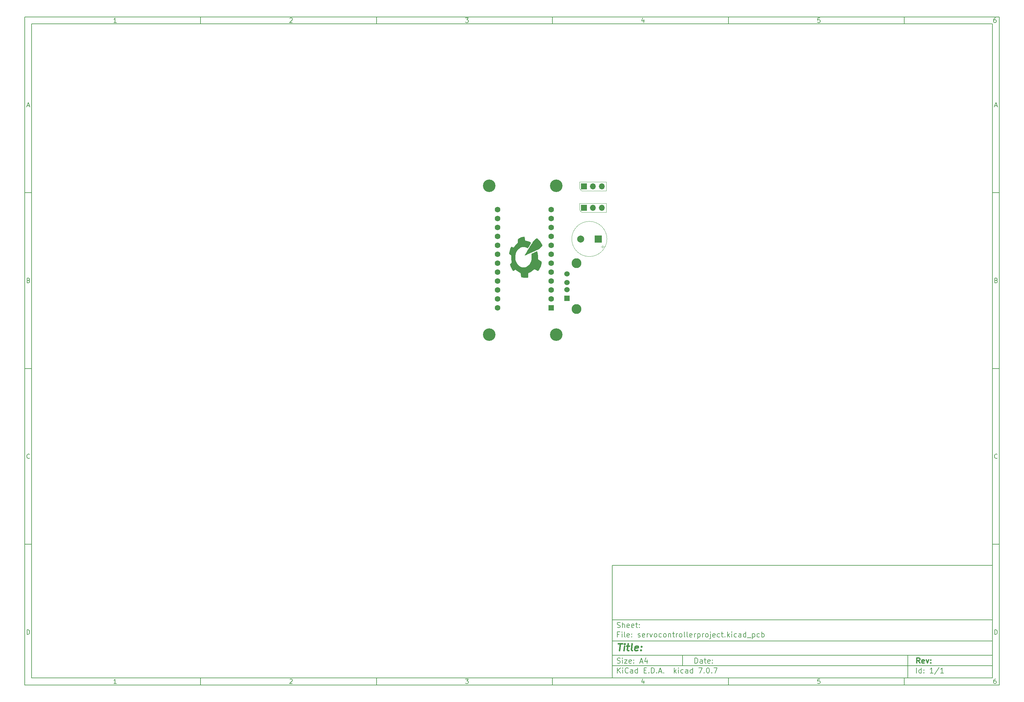
<source format=gbr>
%TF.GenerationSoftware,KiCad,Pcbnew,7.0.7*%
%TF.CreationDate,2024-02-01T17:54:51-08:00*%
%TF.ProjectId,servocontrollerproject,73657276-6f63-46f6-9e74-726f6c6c6572,rev?*%
%TF.SameCoordinates,Original*%
%TF.FileFunction,Soldermask,Top*%
%TF.FilePolarity,Negative*%
%FSLAX46Y46*%
G04 Gerber Fmt 4.6, Leading zero omitted, Abs format (unit mm)*
G04 Created by KiCad (PCBNEW 7.0.7) date 2024-02-01 17:54:51*
%MOMM*%
%LPD*%
G01*
G04 APERTURE LIST*
%ADD10C,0.100000*%
%ADD11C,0.150000*%
%ADD12C,0.300000*%
%ADD13C,0.400000*%
%ADD14C,3.560000*%
%ADD15R,1.700000X1.700000*%
%ADD16O,1.700000X1.700000*%
%ADD17R,2.000000X2.000000*%
%ADD18C,2.000000*%
%ADD19R,1.524000X1.524000*%
%ADD20C,1.524000*%
%ADD21C,2.800000*%
%ADD22R,1.600000X1.600000*%
%ADD23C,1.600000*%
G04 APERTURE END LIST*
D10*
D11*
X177002200Y-166007200D02*
X285002200Y-166007200D01*
X285002200Y-198007200D01*
X177002200Y-198007200D01*
X177002200Y-166007200D01*
D10*
D11*
X10000000Y-10000000D02*
X287002200Y-10000000D01*
X287002200Y-200007200D01*
X10000000Y-200007200D01*
X10000000Y-10000000D01*
D10*
D11*
X12000000Y-12000000D02*
X285002200Y-12000000D01*
X285002200Y-198007200D01*
X12000000Y-198007200D01*
X12000000Y-12000000D01*
D10*
D11*
X60000000Y-12000000D02*
X60000000Y-10000000D01*
D10*
D11*
X110000000Y-12000000D02*
X110000000Y-10000000D01*
D10*
D11*
X160000000Y-12000000D02*
X160000000Y-10000000D01*
D10*
D11*
X210000000Y-12000000D02*
X210000000Y-10000000D01*
D10*
D11*
X260000000Y-12000000D02*
X260000000Y-10000000D01*
D10*
D11*
X36089160Y-11593604D02*
X35346303Y-11593604D01*
X35717731Y-11593604D02*
X35717731Y-10293604D01*
X35717731Y-10293604D02*
X35593922Y-10479319D01*
X35593922Y-10479319D02*
X35470112Y-10603128D01*
X35470112Y-10603128D02*
X35346303Y-10665033D01*
D10*
D11*
X85346303Y-10417414D02*
X85408207Y-10355509D01*
X85408207Y-10355509D02*
X85532017Y-10293604D01*
X85532017Y-10293604D02*
X85841541Y-10293604D01*
X85841541Y-10293604D02*
X85965350Y-10355509D01*
X85965350Y-10355509D02*
X86027255Y-10417414D01*
X86027255Y-10417414D02*
X86089160Y-10541223D01*
X86089160Y-10541223D02*
X86089160Y-10665033D01*
X86089160Y-10665033D02*
X86027255Y-10850747D01*
X86027255Y-10850747D02*
X85284398Y-11593604D01*
X85284398Y-11593604D02*
X86089160Y-11593604D01*
D10*
D11*
X135284398Y-10293604D02*
X136089160Y-10293604D01*
X136089160Y-10293604D02*
X135655826Y-10788842D01*
X135655826Y-10788842D02*
X135841541Y-10788842D01*
X135841541Y-10788842D02*
X135965350Y-10850747D01*
X135965350Y-10850747D02*
X136027255Y-10912652D01*
X136027255Y-10912652D02*
X136089160Y-11036461D01*
X136089160Y-11036461D02*
X136089160Y-11345985D01*
X136089160Y-11345985D02*
X136027255Y-11469795D01*
X136027255Y-11469795D02*
X135965350Y-11531700D01*
X135965350Y-11531700D02*
X135841541Y-11593604D01*
X135841541Y-11593604D02*
X135470112Y-11593604D01*
X135470112Y-11593604D02*
X135346303Y-11531700D01*
X135346303Y-11531700D02*
X135284398Y-11469795D01*
D10*
D11*
X185965350Y-10726938D02*
X185965350Y-11593604D01*
X185655826Y-10231700D02*
X185346303Y-11160271D01*
X185346303Y-11160271D02*
X186151064Y-11160271D01*
D10*
D11*
X236027255Y-10293604D02*
X235408207Y-10293604D01*
X235408207Y-10293604D02*
X235346303Y-10912652D01*
X235346303Y-10912652D02*
X235408207Y-10850747D01*
X235408207Y-10850747D02*
X235532017Y-10788842D01*
X235532017Y-10788842D02*
X235841541Y-10788842D01*
X235841541Y-10788842D02*
X235965350Y-10850747D01*
X235965350Y-10850747D02*
X236027255Y-10912652D01*
X236027255Y-10912652D02*
X236089160Y-11036461D01*
X236089160Y-11036461D02*
X236089160Y-11345985D01*
X236089160Y-11345985D02*
X236027255Y-11469795D01*
X236027255Y-11469795D02*
X235965350Y-11531700D01*
X235965350Y-11531700D02*
X235841541Y-11593604D01*
X235841541Y-11593604D02*
X235532017Y-11593604D01*
X235532017Y-11593604D02*
X235408207Y-11531700D01*
X235408207Y-11531700D02*
X235346303Y-11469795D01*
D10*
D11*
X285965350Y-10293604D02*
X285717731Y-10293604D01*
X285717731Y-10293604D02*
X285593922Y-10355509D01*
X285593922Y-10355509D02*
X285532017Y-10417414D01*
X285532017Y-10417414D02*
X285408207Y-10603128D01*
X285408207Y-10603128D02*
X285346303Y-10850747D01*
X285346303Y-10850747D02*
X285346303Y-11345985D01*
X285346303Y-11345985D02*
X285408207Y-11469795D01*
X285408207Y-11469795D02*
X285470112Y-11531700D01*
X285470112Y-11531700D02*
X285593922Y-11593604D01*
X285593922Y-11593604D02*
X285841541Y-11593604D01*
X285841541Y-11593604D02*
X285965350Y-11531700D01*
X285965350Y-11531700D02*
X286027255Y-11469795D01*
X286027255Y-11469795D02*
X286089160Y-11345985D01*
X286089160Y-11345985D02*
X286089160Y-11036461D01*
X286089160Y-11036461D02*
X286027255Y-10912652D01*
X286027255Y-10912652D02*
X285965350Y-10850747D01*
X285965350Y-10850747D02*
X285841541Y-10788842D01*
X285841541Y-10788842D02*
X285593922Y-10788842D01*
X285593922Y-10788842D02*
X285470112Y-10850747D01*
X285470112Y-10850747D02*
X285408207Y-10912652D01*
X285408207Y-10912652D02*
X285346303Y-11036461D01*
D10*
D11*
X60000000Y-198007200D02*
X60000000Y-200007200D01*
D10*
D11*
X110000000Y-198007200D02*
X110000000Y-200007200D01*
D10*
D11*
X160000000Y-198007200D02*
X160000000Y-200007200D01*
D10*
D11*
X210000000Y-198007200D02*
X210000000Y-200007200D01*
D10*
D11*
X260000000Y-198007200D02*
X260000000Y-200007200D01*
D10*
D11*
X36089160Y-199600804D02*
X35346303Y-199600804D01*
X35717731Y-199600804D02*
X35717731Y-198300804D01*
X35717731Y-198300804D02*
X35593922Y-198486519D01*
X35593922Y-198486519D02*
X35470112Y-198610328D01*
X35470112Y-198610328D02*
X35346303Y-198672233D01*
D10*
D11*
X85346303Y-198424614D02*
X85408207Y-198362709D01*
X85408207Y-198362709D02*
X85532017Y-198300804D01*
X85532017Y-198300804D02*
X85841541Y-198300804D01*
X85841541Y-198300804D02*
X85965350Y-198362709D01*
X85965350Y-198362709D02*
X86027255Y-198424614D01*
X86027255Y-198424614D02*
X86089160Y-198548423D01*
X86089160Y-198548423D02*
X86089160Y-198672233D01*
X86089160Y-198672233D02*
X86027255Y-198857947D01*
X86027255Y-198857947D02*
X85284398Y-199600804D01*
X85284398Y-199600804D02*
X86089160Y-199600804D01*
D10*
D11*
X135284398Y-198300804D02*
X136089160Y-198300804D01*
X136089160Y-198300804D02*
X135655826Y-198796042D01*
X135655826Y-198796042D02*
X135841541Y-198796042D01*
X135841541Y-198796042D02*
X135965350Y-198857947D01*
X135965350Y-198857947D02*
X136027255Y-198919852D01*
X136027255Y-198919852D02*
X136089160Y-199043661D01*
X136089160Y-199043661D02*
X136089160Y-199353185D01*
X136089160Y-199353185D02*
X136027255Y-199476995D01*
X136027255Y-199476995D02*
X135965350Y-199538900D01*
X135965350Y-199538900D02*
X135841541Y-199600804D01*
X135841541Y-199600804D02*
X135470112Y-199600804D01*
X135470112Y-199600804D02*
X135346303Y-199538900D01*
X135346303Y-199538900D02*
X135284398Y-199476995D01*
D10*
D11*
X185965350Y-198734138D02*
X185965350Y-199600804D01*
X185655826Y-198238900D02*
X185346303Y-199167471D01*
X185346303Y-199167471D02*
X186151064Y-199167471D01*
D10*
D11*
X236027255Y-198300804D02*
X235408207Y-198300804D01*
X235408207Y-198300804D02*
X235346303Y-198919852D01*
X235346303Y-198919852D02*
X235408207Y-198857947D01*
X235408207Y-198857947D02*
X235532017Y-198796042D01*
X235532017Y-198796042D02*
X235841541Y-198796042D01*
X235841541Y-198796042D02*
X235965350Y-198857947D01*
X235965350Y-198857947D02*
X236027255Y-198919852D01*
X236027255Y-198919852D02*
X236089160Y-199043661D01*
X236089160Y-199043661D02*
X236089160Y-199353185D01*
X236089160Y-199353185D02*
X236027255Y-199476995D01*
X236027255Y-199476995D02*
X235965350Y-199538900D01*
X235965350Y-199538900D02*
X235841541Y-199600804D01*
X235841541Y-199600804D02*
X235532017Y-199600804D01*
X235532017Y-199600804D02*
X235408207Y-199538900D01*
X235408207Y-199538900D02*
X235346303Y-199476995D01*
D10*
D11*
X285965350Y-198300804D02*
X285717731Y-198300804D01*
X285717731Y-198300804D02*
X285593922Y-198362709D01*
X285593922Y-198362709D02*
X285532017Y-198424614D01*
X285532017Y-198424614D02*
X285408207Y-198610328D01*
X285408207Y-198610328D02*
X285346303Y-198857947D01*
X285346303Y-198857947D02*
X285346303Y-199353185D01*
X285346303Y-199353185D02*
X285408207Y-199476995D01*
X285408207Y-199476995D02*
X285470112Y-199538900D01*
X285470112Y-199538900D02*
X285593922Y-199600804D01*
X285593922Y-199600804D02*
X285841541Y-199600804D01*
X285841541Y-199600804D02*
X285965350Y-199538900D01*
X285965350Y-199538900D02*
X286027255Y-199476995D01*
X286027255Y-199476995D02*
X286089160Y-199353185D01*
X286089160Y-199353185D02*
X286089160Y-199043661D01*
X286089160Y-199043661D02*
X286027255Y-198919852D01*
X286027255Y-198919852D02*
X285965350Y-198857947D01*
X285965350Y-198857947D02*
X285841541Y-198796042D01*
X285841541Y-198796042D02*
X285593922Y-198796042D01*
X285593922Y-198796042D02*
X285470112Y-198857947D01*
X285470112Y-198857947D02*
X285408207Y-198919852D01*
X285408207Y-198919852D02*
X285346303Y-199043661D01*
D10*
D11*
X10000000Y-60000000D02*
X12000000Y-60000000D01*
D10*
D11*
X10000000Y-110000000D02*
X12000000Y-110000000D01*
D10*
D11*
X10000000Y-160000000D02*
X12000000Y-160000000D01*
D10*
D11*
X10690476Y-35222176D02*
X11309523Y-35222176D01*
X10566666Y-35593604D02*
X10999999Y-34293604D01*
X10999999Y-34293604D02*
X11433333Y-35593604D01*
D10*
D11*
X11092857Y-84912652D02*
X11278571Y-84974557D01*
X11278571Y-84974557D02*
X11340476Y-85036461D01*
X11340476Y-85036461D02*
X11402380Y-85160271D01*
X11402380Y-85160271D02*
X11402380Y-85345985D01*
X11402380Y-85345985D02*
X11340476Y-85469795D01*
X11340476Y-85469795D02*
X11278571Y-85531700D01*
X11278571Y-85531700D02*
X11154761Y-85593604D01*
X11154761Y-85593604D02*
X10659523Y-85593604D01*
X10659523Y-85593604D02*
X10659523Y-84293604D01*
X10659523Y-84293604D02*
X11092857Y-84293604D01*
X11092857Y-84293604D02*
X11216666Y-84355509D01*
X11216666Y-84355509D02*
X11278571Y-84417414D01*
X11278571Y-84417414D02*
X11340476Y-84541223D01*
X11340476Y-84541223D02*
X11340476Y-84665033D01*
X11340476Y-84665033D02*
X11278571Y-84788842D01*
X11278571Y-84788842D02*
X11216666Y-84850747D01*
X11216666Y-84850747D02*
X11092857Y-84912652D01*
X11092857Y-84912652D02*
X10659523Y-84912652D01*
D10*
D11*
X11402380Y-135469795D02*
X11340476Y-135531700D01*
X11340476Y-135531700D02*
X11154761Y-135593604D01*
X11154761Y-135593604D02*
X11030952Y-135593604D01*
X11030952Y-135593604D02*
X10845238Y-135531700D01*
X10845238Y-135531700D02*
X10721428Y-135407890D01*
X10721428Y-135407890D02*
X10659523Y-135284080D01*
X10659523Y-135284080D02*
X10597619Y-135036461D01*
X10597619Y-135036461D02*
X10597619Y-134850747D01*
X10597619Y-134850747D02*
X10659523Y-134603128D01*
X10659523Y-134603128D02*
X10721428Y-134479319D01*
X10721428Y-134479319D02*
X10845238Y-134355509D01*
X10845238Y-134355509D02*
X11030952Y-134293604D01*
X11030952Y-134293604D02*
X11154761Y-134293604D01*
X11154761Y-134293604D02*
X11340476Y-134355509D01*
X11340476Y-134355509D02*
X11402380Y-134417414D01*
D10*
D11*
X10659523Y-185593604D02*
X10659523Y-184293604D01*
X10659523Y-184293604D02*
X10969047Y-184293604D01*
X10969047Y-184293604D02*
X11154761Y-184355509D01*
X11154761Y-184355509D02*
X11278571Y-184479319D01*
X11278571Y-184479319D02*
X11340476Y-184603128D01*
X11340476Y-184603128D02*
X11402380Y-184850747D01*
X11402380Y-184850747D02*
X11402380Y-185036461D01*
X11402380Y-185036461D02*
X11340476Y-185284080D01*
X11340476Y-185284080D02*
X11278571Y-185407890D01*
X11278571Y-185407890D02*
X11154761Y-185531700D01*
X11154761Y-185531700D02*
X10969047Y-185593604D01*
X10969047Y-185593604D02*
X10659523Y-185593604D01*
D10*
D11*
X287002200Y-60000000D02*
X285002200Y-60000000D01*
D10*
D11*
X287002200Y-110000000D02*
X285002200Y-110000000D01*
D10*
D11*
X287002200Y-160000000D02*
X285002200Y-160000000D01*
D10*
D11*
X285692676Y-35222176D02*
X286311723Y-35222176D01*
X285568866Y-35593604D02*
X286002199Y-34293604D01*
X286002199Y-34293604D02*
X286435533Y-35593604D01*
D10*
D11*
X286095057Y-84912652D02*
X286280771Y-84974557D01*
X286280771Y-84974557D02*
X286342676Y-85036461D01*
X286342676Y-85036461D02*
X286404580Y-85160271D01*
X286404580Y-85160271D02*
X286404580Y-85345985D01*
X286404580Y-85345985D02*
X286342676Y-85469795D01*
X286342676Y-85469795D02*
X286280771Y-85531700D01*
X286280771Y-85531700D02*
X286156961Y-85593604D01*
X286156961Y-85593604D02*
X285661723Y-85593604D01*
X285661723Y-85593604D02*
X285661723Y-84293604D01*
X285661723Y-84293604D02*
X286095057Y-84293604D01*
X286095057Y-84293604D02*
X286218866Y-84355509D01*
X286218866Y-84355509D02*
X286280771Y-84417414D01*
X286280771Y-84417414D02*
X286342676Y-84541223D01*
X286342676Y-84541223D02*
X286342676Y-84665033D01*
X286342676Y-84665033D02*
X286280771Y-84788842D01*
X286280771Y-84788842D02*
X286218866Y-84850747D01*
X286218866Y-84850747D02*
X286095057Y-84912652D01*
X286095057Y-84912652D02*
X285661723Y-84912652D01*
D10*
D11*
X286404580Y-135469795D02*
X286342676Y-135531700D01*
X286342676Y-135531700D02*
X286156961Y-135593604D01*
X286156961Y-135593604D02*
X286033152Y-135593604D01*
X286033152Y-135593604D02*
X285847438Y-135531700D01*
X285847438Y-135531700D02*
X285723628Y-135407890D01*
X285723628Y-135407890D02*
X285661723Y-135284080D01*
X285661723Y-135284080D02*
X285599819Y-135036461D01*
X285599819Y-135036461D02*
X285599819Y-134850747D01*
X285599819Y-134850747D02*
X285661723Y-134603128D01*
X285661723Y-134603128D02*
X285723628Y-134479319D01*
X285723628Y-134479319D02*
X285847438Y-134355509D01*
X285847438Y-134355509D02*
X286033152Y-134293604D01*
X286033152Y-134293604D02*
X286156961Y-134293604D01*
X286156961Y-134293604D02*
X286342676Y-134355509D01*
X286342676Y-134355509D02*
X286404580Y-134417414D01*
D10*
D11*
X285661723Y-185593604D02*
X285661723Y-184293604D01*
X285661723Y-184293604D02*
X285971247Y-184293604D01*
X285971247Y-184293604D02*
X286156961Y-184355509D01*
X286156961Y-184355509D02*
X286280771Y-184479319D01*
X286280771Y-184479319D02*
X286342676Y-184603128D01*
X286342676Y-184603128D02*
X286404580Y-184850747D01*
X286404580Y-184850747D02*
X286404580Y-185036461D01*
X286404580Y-185036461D02*
X286342676Y-185284080D01*
X286342676Y-185284080D02*
X286280771Y-185407890D01*
X286280771Y-185407890D02*
X286156961Y-185531700D01*
X286156961Y-185531700D02*
X285971247Y-185593604D01*
X285971247Y-185593604D02*
X285661723Y-185593604D01*
D10*
D11*
X200458026Y-193793328D02*
X200458026Y-192293328D01*
X200458026Y-192293328D02*
X200815169Y-192293328D01*
X200815169Y-192293328D02*
X201029455Y-192364757D01*
X201029455Y-192364757D02*
X201172312Y-192507614D01*
X201172312Y-192507614D02*
X201243741Y-192650471D01*
X201243741Y-192650471D02*
X201315169Y-192936185D01*
X201315169Y-192936185D02*
X201315169Y-193150471D01*
X201315169Y-193150471D02*
X201243741Y-193436185D01*
X201243741Y-193436185D02*
X201172312Y-193579042D01*
X201172312Y-193579042D02*
X201029455Y-193721900D01*
X201029455Y-193721900D02*
X200815169Y-193793328D01*
X200815169Y-193793328D02*
X200458026Y-193793328D01*
X202600884Y-193793328D02*
X202600884Y-193007614D01*
X202600884Y-193007614D02*
X202529455Y-192864757D01*
X202529455Y-192864757D02*
X202386598Y-192793328D01*
X202386598Y-192793328D02*
X202100884Y-192793328D01*
X202100884Y-192793328D02*
X201958026Y-192864757D01*
X202600884Y-193721900D02*
X202458026Y-193793328D01*
X202458026Y-193793328D02*
X202100884Y-193793328D01*
X202100884Y-193793328D02*
X201958026Y-193721900D01*
X201958026Y-193721900D02*
X201886598Y-193579042D01*
X201886598Y-193579042D02*
X201886598Y-193436185D01*
X201886598Y-193436185D02*
X201958026Y-193293328D01*
X201958026Y-193293328D02*
X202100884Y-193221900D01*
X202100884Y-193221900D02*
X202458026Y-193221900D01*
X202458026Y-193221900D02*
X202600884Y-193150471D01*
X203100884Y-192793328D02*
X203672312Y-192793328D01*
X203315169Y-192293328D02*
X203315169Y-193579042D01*
X203315169Y-193579042D02*
X203386598Y-193721900D01*
X203386598Y-193721900D02*
X203529455Y-193793328D01*
X203529455Y-193793328D02*
X203672312Y-193793328D01*
X204743741Y-193721900D02*
X204600884Y-193793328D01*
X204600884Y-193793328D02*
X204315170Y-193793328D01*
X204315170Y-193793328D02*
X204172312Y-193721900D01*
X204172312Y-193721900D02*
X204100884Y-193579042D01*
X204100884Y-193579042D02*
X204100884Y-193007614D01*
X204100884Y-193007614D02*
X204172312Y-192864757D01*
X204172312Y-192864757D02*
X204315170Y-192793328D01*
X204315170Y-192793328D02*
X204600884Y-192793328D01*
X204600884Y-192793328D02*
X204743741Y-192864757D01*
X204743741Y-192864757D02*
X204815170Y-193007614D01*
X204815170Y-193007614D02*
X204815170Y-193150471D01*
X204815170Y-193150471D02*
X204100884Y-193293328D01*
X205458026Y-193650471D02*
X205529455Y-193721900D01*
X205529455Y-193721900D02*
X205458026Y-193793328D01*
X205458026Y-193793328D02*
X205386598Y-193721900D01*
X205386598Y-193721900D02*
X205458026Y-193650471D01*
X205458026Y-193650471D02*
X205458026Y-193793328D01*
X205458026Y-192864757D02*
X205529455Y-192936185D01*
X205529455Y-192936185D02*
X205458026Y-193007614D01*
X205458026Y-193007614D02*
X205386598Y-192936185D01*
X205386598Y-192936185D02*
X205458026Y-192864757D01*
X205458026Y-192864757D02*
X205458026Y-193007614D01*
D10*
D11*
X177002200Y-194507200D02*
X285002200Y-194507200D01*
D10*
D11*
X178458026Y-196593328D02*
X178458026Y-195093328D01*
X179315169Y-196593328D02*
X178672312Y-195736185D01*
X179315169Y-195093328D02*
X178458026Y-195950471D01*
X179958026Y-196593328D02*
X179958026Y-195593328D01*
X179958026Y-195093328D02*
X179886598Y-195164757D01*
X179886598Y-195164757D02*
X179958026Y-195236185D01*
X179958026Y-195236185D02*
X180029455Y-195164757D01*
X180029455Y-195164757D02*
X179958026Y-195093328D01*
X179958026Y-195093328D02*
X179958026Y-195236185D01*
X181529455Y-196450471D02*
X181458027Y-196521900D01*
X181458027Y-196521900D02*
X181243741Y-196593328D01*
X181243741Y-196593328D02*
X181100884Y-196593328D01*
X181100884Y-196593328D02*
X180886598Y-196521900D01*
X180886598Y-196521900D02*
X180743741Y-196379042D01*
X180743741Y-196379042D02*
X180672312Y-196236185D01*
X180672312Y-196236185D02*
X180600884Y-195950471D01*
X180600884Y-195950471D02*
X180600884Y-195736185D01*
X180600884Y-195736185D02*
X180672312Y-195450471D01*
X180672312Y-195450471D02*
X180743741Y-195307614D01*
X180743741Y-195307614D02*
X180886598Y-195164757D01*
X180886598Y-195164757D02*
X181100884Y-195093328D01*
X181100884Y-195093328D02*
X181243741Y-195093328D01*
X181243741Y-195093328D02*
X181458027Y-195164757D01*
X181458027Y-195164757D02*
X181529455Y-195236185D01*
X182815170Y-196593328D02*
X182815170Y-195807614D01*
X182815170Y-195807614D02*
X182743741Y-195664757D01*
X182743741Y-195664757D02*
X182600884Y-195593328D01*
X182600884Y-195593328D02*
X182315170Y-195593328D01*
X182315170Y-195593328D02*
X182172312Y-195664757D01*
X182815170Y-196521900D02*
X182672312Y-196593328D01*
X182672312Y-196593328D02*
X182315170Y-196593328D01*
X182315170Y-196593328D02*
X182172312Y-196521900D01*
X182172312Y-196521900D02*
X182100884Y-196379042D01*
X182100884Y-196379042D02*
X182100884Y-196236185D01*
X182100884Y-196236185D02*
X182172312Y-196093328D01*
X182172312Y-196093328D02*
X182315170Y-196021900D01*
X182315170Y-196021900D02*
X182672312Y-196021900D01*
X182672312Y-196021900D02*
X182815170Y-195950471D01*
X184172313Y-196593328D02*
X184172313Y-195093328D01*
X184172313Y-196521900D02*
X184029455Y-196593328D01*
X184029455Y-196593328D02*
X183743741Y-196593328D01*
X183743741Y-196593328D02*
X183600884Y-196521900D01*
X183600884Y-196521900D02*
X183529455Y-196450471D01*
X183529455Y-196450471D02*
X183458027Y-196307614D01*
X183458027Y-196307614D02*
X183458027Y-195879042D01*
X183458027Y-195879042D02*
X183529455Y-195736185D01*
X183529455Y-195736185D02*
X183600884Y-195664757D01*
X183600884Y-195664757D02*
X183743741Y-195593328D01*
X183743741Y-195593328D02*
X184029455Y-195593328D01*
X184029455Y-195593328D02*
X184172313Y-195664757D01*
X186029455Y-195807614D02*
X186529455Y-195807614D01*
X186743741Y-196593328D02*
X186029455Y-196593328D01*
X186029455Y-196593328D02*
X186029455Y-195093328D01*
X186029455Y-195093328D02*
X186743741Y-195093328D01*
X187386598Y-196450471D02*
X187458027Y-196521900D01*
X187458027Y-196521900D02*
X187386598Y-196593328D01*
X187386598Y-196593328D02*
X187315170Y-196521900D01*
X187315170Y-196521900D02*
X187386598Y-196450471D01*
X187386598Y-196450471D02*
X187386598Y-196593328D01*
X188100884Y-196593328D02*
X188100884Y-195093328D01*
X188100884Y-195093328D02*
X188458027Y-195093328D01*
X188458027Y-195093328D02*
X188672313Y-195164757D01*
X188672313Y-195164757D02*
X188815170Y-195307614D01*
X188815170Y-195307614D02*
X188886599Y-195450471D01*
X188886599Y-195450471D02*
X188958027Y-195736185D01*
X188958027Y-195736185D02*
X188958027Y-195950471D01*
X188958027Y-195950471D02*
X188886599Y-196236185D01*
X188886599Y-196236185D02*
X188815170Y-196379042D01*
X188815170Y-196379042D02*
X188672313Y-196521900D01*
X188672313Y-196521900D02*
X188458027Y-196593328D01*
X188458027Y-196593328D02*
X188100884Y-196593328D01*
X189600884Y-196450471D02*
X189672313Y-196521900D01*
X189672313Y-196521900D02*
X189600884Y-196593328D01*
X189600884Y-196593328D02*
X189529456Y-196521900D01*
X189529456Y-196521900D02*
X189600884Y-196450471D01*
X189600884Y-196450471D02*
X189600884Y-196593328D01*
X190243742Y-196164757D02*
X190958028Y-196164757D01*
X190100885Y-196593328D02*
X190600885Y-195093328D01*
X190600885Y-195093328D02*
X191100885Y-196593328D01*
X191600884Y-196450471D02*
X191672313Y-196521900D01*
X191672313Y-196521900D02*
X191600884Y-196593328D01*
X191600884Y-196593328D02*
X191529456Y-196521900D01*
X191529456Y-196521900D02*
X191600884Y-196450471D01*
X191600884Y-196450471D02*
X191600884Y-196593328D01*
X194600884Y-196593328D02*
X194600884Y-195093328D01*
X194743742Y-196021900D02*
X195172313Y-196593328D01*
X195172313Y-195593328D02*
X194600884Y-196164757D01*
X195815170Y-196593328D02*
X195815170Y-195593328D01*
X195815170Y-195093328D02*
X195743742Y-195164757D01*
X195743742Y-195164757D02*
X195815170Y-195236185D01*
X195815170Y-195236185D02*
X195886599Y-195164757D01*
X195886599Y-195164757D02*
X195815170Y-195093328D01*
X195815170Y-195093328D02*
X195815170Y-195236185D01*
X197172314Y-196521900D02*
X197029456Y-196593328D01*
X197029456Y-196593328D02*
X196743742Y-196593328D01*
X196743742Y-196593328D02*
X196600885Y-196521900D01*
X196600885Y-196521900D02*
X196529456Y-196450471D01*
X196529456Y-196450471D02*
X196458028Y-196307614D01*
X196458028Y-196307614D02*
X196458028Y-195879042D01*
X196458028Y-195879042D02*
X196529456Y-195736185D01*
X196529456Y-195736185D02*
X196600885Y-195664757D01*
X196600885Y-195664757D02*
X196743742Y-195593328D01*
X196743742Y-195593328D02*
X197029456Y-195593328D01*
X197029456Y-195593328D02*
X197172314Y-195664757D01*
X198458028Y-196593328D02*
X198458028Y-195807614D01*
X198458028Y-195807614D02*
X198386599Y-195664757D01*
X198386599Y-195664757D02*
X198243742Y-195593328D01*
X198243742Y-195593328D02*
X197958028Y-195593328D01*
X197958028Y-195593328D02*
X197815170Y-195664757D01*
X198458028Y-196521900D02*
X198315170Y-196593328D01*
X198315170Y-196593328D02*
X197958028Y-196593328D01*
X197958028Y-196593328D02*
X197815170Y-196521900D01*
X197815170Y-196521900D02*
X197743742Y-196379042D01*
X197743742Y-196379042D02*
X197743742Y-196236185D01*
X197743742Y-196236185D02*
X197815170Y-196093328D01*
X197815170Y-196093328D02*
X197958028Y-196021900D01*
X197958028Y-196021900D02*
X198315170Y-196021900D01*
X198315170Y-196021900D02*
X198458028Y-195950471D01*
X199815171Y-196593328D02*
X199815171Y-195093328D01*
X199815171Y-196521900D02*
X199672313Y-196593328D01*
X199672313Y-196593328D02*
X199386599Y-196593328D01*
X199386599Y-196593328D02*
X199243742Y-196521900D01*
X199243742Y-196521900D02*
X199172313Y-196450471D01*
X199172313Y-196450471D02*
X199100885Y-196307614D01*
X199100885Y-196307614D02*
X199100885Y-195879042D01*
X199100885Y-195879042D02*
X199172313Y-195736185D01*
X199172313Y-195736185D02*
X199243742Y-195664757D01*
X199243742Y-195664757D02*
X199386599Y-195593328D01*
X199386599Y-195593328D02*
X199672313Y-195593328D01*
X199672313Y-195593328D02*
X199815171Y-195664757D01*
X201529456Y-195093328D02*
X202529456Y-195093328D01*
X202529456Y-195093328D02*
X201886599Y-196593328D01*
X203100884Y-196450471D02*
X203172313Y-196521900D01*
X203172313Y-196521900D02*
X203100884Y-196593328D01*
X203100884Y-196593328D02*
X203029456Y-196521900D01*
X203029456Y-196521900D02*
X203100884Y-196450471D01*
X203100884Y-196450471D02*
X203100884Y-196593328D01*
X204100885Y-195093328D02*
X204243742Y-195093328D01*
X204243742Y-195093328D02*
X204386599Y-195164757D01*
X204386599Y-195164757D02*
X204458028Y-195236185D01*
X204458028Y-195236185D02*
X204529456Y-195379042D01*
X204529456Y-195379042D02*
X204600885Y-195664757D01*
X204600885Y-195664757D02*
X204600885Y-196021900D01*
X204600885Y-196021900D02*
X204529456Y-196307614D01*
X204529456Y-196307614D02*
X204458028Y-196450471D01*
X204458028Y-196450471D02*
X204386599Y-196521900D01*
X204386599Y-196521900D02*
X204243742Y-196593328D01*
X204243742Y-196593328D02*
X204100885Y-196593328D01*
X204100885Y-196593328D02*
X203958028Y-196521900D01*
X203958028Y-196521900D02*
X203886599Y-196450471D01*
X203886599Y-196450471D02*
X203815170Y-196307614D01*
X203815170Y-196307614D02*
X203743742Y-196021900D01*
X203743742Y-196021900D02*
X203743742Y-195664757D01*
X203743742Y-195664757D02*
X203815170Y-195379042D01*
X203815170Y-195379042D02*
X203886599Y-195236185D01*
X203886599Y-195236185D02*
X203958028Y-195164757D01*
X203958028Y-195164757D02*
X204100885Y-195093328D01*
X205243741Y-196450471D02*
X205315170Y-196521900D01*
X205315170Y-196521900D02*
X205243741Y-196593328D01*
X205243741Y-196593328D02*
X205172313Y-196521900D01*
X205172313Y-196521900D02*
X205243741Y-196450471D01*
X205243741Y-196450471D02*
X205243741Y-196593328D01*
X205815170Y-195093328D02*
X206815170Y-195093328D01*
X206815170Y-195093328D02*
X206172313Y-196593328D01*
D10*
D11*
X177002200Y-191507200D02*
X285002200Y-191507200D01*
D10*
D12*
X264413853Y-193785528D02*
X263913853Y-193071242D01*
X263556710Y-193785528D02*
X263556710Y-192285528D01*
X263556710Y-192285528D02*
X264128139Y-192285528D01*
X264128139Y-192285528D02*
X264270996Y-192356957D01*
X264270996Y-192356957D02*
X264342425Y-192428385D01*
X264342425Y-192428385D02*
X264413853Y-192571242D01*
X264413853Y-192571242D02*
X264413853Y-192785528D01*
X264413853Y-192785528D02*
X264342425Y-192928385D01*
X264342425Y-192928385D02*
X264270996Y-192999814D01*
X264270996Y-192999814D02*
X264128139Y-193071242D01*
X264128139Y-193071242D02*
X263556710Y-193071242D01*
X265628139Y-193714100D02*
X265485282Y-193785528D01*
X265485282Y-193785528D02*
X265199568Y-193785528D01*
X265199568Y-193785528D02*
X265056710Y-193714100D01*
X265056710Y-193714100D02*
X264985282Y-193571242D01*
X264985282Y-193571242D02*
X264985282Y-192999814D01*
X264985282Y-192999814D02*
X265056710Y-192856957D01*
X265056710Y-192856957D02*
X265199568Y-192785528D01*
X265199568Y-192785528D02*
X265485282Y-192785528D01*
X265485282Y-192785528D02*
X265628139Y-192856957D01*
X265628139Y-192856957D02*
X265699568Y-192999814D01*
X265699568Y-192999814D02*
X265699568Y-193142671D01*
X265699568Y-193142671D02*
X264985282Y-193285528D01*
X266199567Y-192785528D02*
X266556710Y-193785528D01*
X266556710Y-193785528D02*
X266913853Y-192785528D01*
X267485281Y-193642671D02*
X267556710Y-193714100D01*
X267556710Y-193714100D02*
X267485281Y-193785528D01*
X267485281Y-193785528D02*
X267413853Y-193714100D01*
X267413853Y-193714100D02*
X267485281Y-193642671D01*
X267485281Y-193642671D02*
X267485281Y-193785528D01*
X267485281Y-192856957D02*
X267556710Y-192928385D01*
X267556710Y-192928385D02*
X267485281Y-192999814D01*
X267485281Y-192999814D02*
X267413853Y-192928385D01*
X267413853Y-192928385D02*
X267485281Y-192856957D01*
X267485281Y-192856957D02*
X267485281Y-192999814D01*
D10*
D11*
X178386598Y-193721900D02*
X178600884Y-193793328D01*
X178600884Y-193793328D02*
X178958026Y-193793328D01*
X178958026Y-193793328D02*
X179100884Y-193721900D01*
X179100884Y-193721900D02*
X179172312Y-193650471D01*
X179172312Y-193650471D02*
X179243741Y-193507614D01*
X179243741Y-193507614D02*
X179243741Y-193364757D01*
X179243741Y-193364757D02*
X179172312Y-193221900D01*
X179172312Y-193221900D02*
X179100884Y-193150471D01*
X179100884Y-193150471D02*
X178958026Y-193079042D01*
X178958026Y-193079042D02*
X178672312Y-193007614D01*
X178672312Y-193007614D02*
X178529455Y-192936185D01*
X178529455Y-192936185D02*
X178458026Y-192864757D01*
X178458026Y-192864757D02*
X178386598Y-192721900D01*
X178386598Y-192721900D02*
X178386598Y-192579042D01*
X178386598Y-192579042D02*
X178458026Y-192436185D01*
X178458026Y-192436185D02*
X178529455Y-192364757D01*
X178529455Y-192364757D02*
X178672312Y-192293328D01*
X178672312Y-192293328D02*
X179029455Y-192293328D01*
X179029455Y-192293328D02*
X179243741Y-192364757D01*
X179886597Y-193793328D02*
X179886597Y-192793328D01*
X179886597Y-192293328D02*
X179815169Y-192364757D01*
X179815169Y-192364757D02*
X179886597Y-192436185D01*
X179886597Y-192436185D02*
X179958026Y-192364757D01*
X179958026Y-192364757D02*
X179886597Y-192293328D01*
X179886597Y-192293328D02*
X179886597Y-192436185D01*
X180458026Y-192793328D02*
X181243741Y-192793328D01*
X181243741Y-192793328D02*
X180458026Y-193793328D01*
X180458026Y-193793328D02*
X181243741Y-193793328D01*
X182386598Y-193721900D02*
X182243741Y-193793328D01*
X182243741Y-193793328D02*
X181958027Y-193793328D01*
X181958027Y-193793328D02*
X181815169Y-193721900D01*
X181815169Y-193721900D02*
X181743741Y-193579042D01*
X181743741Y-193579042D02*
X181743741Y-193007614D01*
X181743741Y-193007614D02*
X181815169Y-192864757D01*
X181815169Y-192864757D02*
X181958027Y-192793328D01*
X181958027Y-192793328D02*
X182243741Y-192793328D01*
X182243741Y-192793328D02*
X182386598Y-192864757D01*
X182386598Y-192864757D02*
X182458027Y-193007614D01*
X182458027Y-193007614D02*
X182458027Y-193150471D01*
X182458027Y-193150471D02*
X181743741Y-193293328D01*
X183100883Y-193650471D02*
X183172312Y-193721900D01*
X183172312Y-193721900D02*
X183100883Y-193793328D01*
X183100883Y-193793328D02*
X183029455Y-193721900D01*
X183029455Y-193721900D02*
X183100883Y-193650471D01*
X183100883Y-193650471D02*
X183100883Y-193793328D01*
X183100883Y-192864757D02*
X183172312Y-192936185D01*
X183172312Y-192936185D02*
X183100883Y-193007614D01*
X183100883Y-193007614D02*
X183029455Y-192936185D01*
X183029455Y-192936185D02*
X183100883Y-192864757D01*
X183100883Y-192864757D02*
X183100883Y-193007614D01*
X184886598Y-193364757D02*
X185600884Y-193364757D01*
X184743741Y-193793328D02*
X185243741Y-192293328D01*
X185243741Y-192293328D02*
X185743741Y-193793328D01*
X186886598Y-192793328D02*
X186886598Y-193793328D01*
X186529455Y-192221900D02*
X186172312Y-193293328D01*
X186172312Y-193293328D02*
X187100883Y-193293328D01*
D10*
D11*
X263458026Y-196593328D02*
X263458026Y-195093328D01*
X264815170Y-196593328D02*
X264815170Y-195093328D01*
X264815170Y-196521900D02*
X264672312Y-196593328D01*
X264672312Y-196593328D02*
X264386598Y-196593328D01*
X264386598Y-196593328D02*
X264243741Y-196521900D01*
X264243741Y-196521900D02*
X264172312Y-196450471D01*
X264172312Y-196450471D02*
X264100884Y-196307614D01*
X264100884Y-196307614D02*
X264100884Y-195879042D01*
X264100884Y-195879042D02*
X264172312Y-195736185D01*
X264172312Y-195736185D02*
X264243741Y-195664757D01*
X264243741Y-195664757D02*
X264386598Y-195593328D01*
X264386598Y-195593328D02*
X264672312Y-195593328D01*
X264672312Y-195593328D02*
X264815170Y-195664757D01*
X265529455Y-196450471D02*
X265600884Y-196521900D01*
X265600884Y-196521900D02*
X265529455Y-196593328D01*
X265529455Y-196593328D02*
X265458027Y-196521900D01*
X265458027Y-196521900D02*
X265529455Y-196450471D01*
X265529455Y-196450471D02*
X265529455Y-196593328D01*
X265529455Y-195664757D02*
X265600884Y-195736185D01*
X265600884Y-195736185D02*
X265529455Y-195807614D01*
X265529455Y-195807614D02*
X265458027Y-195736185D01*
X265458027Y-195736185D02*
X265529455Y-195664757D01*
X265529455Y-195664757D02*
X265529455Y-195807614D01*
X268172313Y-196593328D02*
X267315170Y-196593328D01*
X267743741Y-196593328D02*
X267743741Y-195093328D01*
X267743741Y-195093328D02*
X267600884Y-195307614D01*
X267600884Y-195307614D02*
X267458027Y-195450471D01*
X267458027Y-195450471D02*
X267315170Y-195521900D01*
X269886598Y-195021900D02*
X268600884Y-196950471D01*
X271172313Y-196593328D02*
X270315170Y-196593328D01*
X270743741Y-196593328D02*
X270743741Y-195093328D01*
X270743741Y-195093328D02*
X270600884Y-195307614D01*
X270600884Y-195307614D02*
X270458027Y-195450471D01*
X270458027Y-195450471D02*
X270315170Y-195521900D01*
D10*
D11*
X177002200Y-187507200D02*
X285002200Y-187507200D01*
D10*
D13*
X178693928Y-188211638D02*
X179836785Y-188211638D01*
X179015357Y-190211638D02*
X179265357Y-188211638D01*
X180253452Y-190211638D02*
X180420119Y-188878304D01*
X180503452Y-188211638D02*
X180396309Y-188306876D01*
X180396309Y-188306876D02*
X180479643Y-188402114D01*
X180479643Y-188402114D02*
X180586786Y-188306876D01*
X180586786Y-188306876D02*
X180503452Y-188211638D01*
X180503452Y-188211638D02*
X180479643Y-188402114D01*
X181086786Y-188878304D02*
X181848690Y-188878304D01*
X181455833Y-188211638D02*
X181241548Y-189925923D01*
X181241548Y-189925923D02*
X181312976Y-190116400D01*
X181312976Y-190116400D02*
X181491548Y-190211638D01*
X181491548Y-190211638D02*
X181682024Y-190211638D01*
X182634405Y-190211638D02*
X182455833Y-190116400D01*
X182455833Y-190116400D02*
X182384405Y-189925923D01*
X182384405Y-189925923D02*
X182598690Y-188211638D01*
X184170119Y-190116400D02*
X183967738Y-190211638D01*
X183967738Y-190211638D02*
X183586785Y-190211638D01*
X183586785Y-190211638D02*
X183408214Y-190116400D01*
X183408214Y-190116400D02*
X183336785Y-189925923D01*
X183336785Y-189925923D02*
X183432024Y-189164019D01*
X183432024Y-189164019D02*
X183551071Y-188973542D01*
X183551071Y-188973542D02*
X183753452Y-188878304D01*
X183753452Y-188878304D02*
X184134404Y-188878304D01*
X184134404Y-188878304D02*
X184312976Y-188973542D01*
X184312976Y-188973542D02*
X184384404Y-189164019D01*
X184384404Y-189164019D02*
X184360595Y-189354495D01*
X184360595Y-189354495D02*
X183384404Y-189544971D01*
X185134405Y-190021161D02*
X185217738Y-190116400D01*
X185217738Y-190116400D02*
X185110595Y-190211638D01*
X185110595Y-190211638D02*
X185027262Y-190116400D01*
X185027262Y-190116400D02*
X185134405Y-190021161D01*
X185134405Y-190021161D02*
X185110595Y-190211638D01*
X185265357Y-188973542D02*
X185348690Y-189068780D01*
X185348690Y-189068780D02*
X185241548Y-189164019D01*
X185241548Y-189164019D02*
X185158214Y-189068780D01*
X185158214Y-189068780D02*
X185265357Y-188973542D01*
X185265357Y-188973542D02*
X185241548Y-189164019D01*
D10*
D11*
X178958026Y-185607614D02*
X178458026Y-185607614D01*
X178458026Y-186393328D02*
X178458026Y-184893328D01*
X178458026Y-184893328D02*
X179172312Y-184893328D01*
X179743740Y-186393328D02*
X179743740Y-185393328D01*
X179743740Y-184893328D02*
X179672312Y-184964757D01*
X179672312Y-184964757D02*
X179743740Y-185036185D01*
X179743740Y-185036185D02*
X179815169Y-184964757D01*
X179815169Y-184964757D02*
X179743740Y-184893328D01*
X179743740Y-184893328D02*
X179743740Y-185036185D01*
X180672312Y-186393328D02*
X180529455Y-186321900D01*
X180529455Y-186321900D02*
X180458026Y-186179042D01*
X180458026Y-186179042D02*
X180458026Y-184893328D01*
X181815169Y-186321900D02*
X181672312Y-186393328D01*
X181672312Y-186393328D02*
X181386598Y-186393328D01*
X181386598Y-186393328D02*
X181243740Y-186321900D01*
X181243740Y-186321900D02*
X181172312Y-186179042D01*
X181172312Y-186179042D02*
X181172312Y-185607614D01*
X181172312Y-185607614D02*
X181243740Y-185464757D01*
X181243740Y-185464757D02*
X181386598Y-185393328D01*
X181386598Y-185393328D02*
X181672312Y-185393328D01*
X181672312Y-185393328D02*
X181815169Y-185464757D01*
X181815169Y-185464757D02*
X181886598Y-185607614D01*
X181886598Y-185607614D02*
X181886598Y-185750471D01*
X181886598Y-185750471D02*
X181172312Y-185893328D01*
X182529454Y-186250471D02*
X182600883Y-186321900D01*
X182600883Y-186321900D02*
X182529454Y-186393328D01*
X182529454Y-186393328D02*
X182458026Y-186321900D01*
X182458026Y-186321900D02*
X182529454Y-186250471D01*
X182529454Y-186250471D02*
X182529454Y-186393328D01*
X182529454Y-185464757D02*
X182600883Y-185536185D01*
X182600883Y-185536185D02*
X182529454Y-185607614D01*
X182529454Y-185607614D02*
X182458026Y-185536185D01*
X182458026Y-185536185D02*
X182529454Y-185464757D01*
X182529454Y-185464757D02*
X182529454Y-185607614D01*
X184315169Y-186321900D02*
X184458026Y-186393328D01*
X184458026Y-186393328D02*
X184743740Y-186393328D01*
X184743740Y-186393328D02*
X184886597Y-186321900D01*
X184886597Y-186321900D02*
X184958026Y-186179042D01*
X184958026Y-186179042D02*
X184958026Y-186107614D01*
X184958026Y-186107614D02*
X184886597Y-185964757D01*
X184886597Y-185964757D02*
X184743740Y-185893328D01*
X184743740Y-185893328D02*
X184529455Y-185893328D01*
X184529455Y-185893328D02*
X184386597Y-185821900D01*
X184386597Y-185821900D02*
X184315169Y-185679042D01*
X184315169Y-185679042D02*
X184315169Y-185607614D01*
X184315169Y-185607614D02*
X184386597Y-185464757D01*
X184386597Y-185464757D02*
X184529455Y-185393328D01*
X184529455Y-185393328D02*
X184743740Y-185393328D01*
X184743740Y-185393328D02*
X184886597Y-185464757D01*
X186172312Y-186321900D02*
X186029455Y-186393328D01*
X186029455Y-186393328D02*
X185743741Y-186393328D01*
X185743741Y-186393328D02*
X185600883Y-186321900D01*
X185600883Y-186321900D02*
X185529455Y-186179042D01*
X185529455Y-186179042D02*
X185529455Y-185607614D01*
X185529455Y-185607614D02*
X185600883Y-185464757D01*
X185600883Y-185464757D02*
X185743741Y-185393328D01*
X185743741Y-185393328D02*
X186029455Y-185393328D01*
X186029455Y-185393328D02*
X186172312Y-185464757D01*
X186172312Y-185464757D02*
X186243741Y-185607614D01*
X186243741Y-185607614D02*
X186243741Y-185750471D01*
X186243741Y-185750471D02*
X185529455Y-185893328D01*
X186886597Y-186393328D02*
X186886597Y-185393328D01*
X186886597Y-185679042D02*
X186958026Y-185536185D01*
X186958026Y-185536185D02*
X187029455Y-185464757D01*
X187029455Y-185464757D02*
X187172312Y-185393328D01*
X187172312Y-185393328D02*
X187315169Y-185393328D01*
X187672311Y-185393328D02*
X188029454Y-186393328D01*
X188029454Y-186393328D02*
X188386597Y-185393328D01*
X189172311Y-186393328D02*
X189029454Y-186321900D01*
X189029454Y-186321900D02*
X188958025Y-186250471D01*
X188958025Y-186250471D02*
X188886597Y-186107614D01*
X188886597Y-186107614D02*
X188886597Y-185679042D01*
X188886597Y-185679042D02*
X188958025Y-185536185D01*
X188958025Y-185536185D02*
X189029454Y-185464757D01*
X189029454Y-185464757D02*
X189172311Y-185393328D01*
X189172311Y-185393328D02*
X189386597Y-185393328D01*
X189386597Y-185393328D02*
X189529454Y-185464757D01*
X189529454Y-185464757D02*
X189600883Y-185536185D01*
X189600883Y-185536185D02*
X189672311Y-185679042D01*
X189672311Y-185679042D02*
X189672311Y-186107614D01*
X189672311Y-186107614D02*
X189600883Y-186250471D01*
X189600883Y-186250471D02*
X189529454Y-186321900D01*
X189529454Y-186321900D02*
X189386597Y-186393328D01*
X189386597Y-186393328D02*
X189172311Y-186393328D01*
X190958026Y-186321900D02*
X190815168Y-186393328D01*
X190815168Y-186393328D02*
X190529454Y-186393328D01*
X190529454Y-186393328D02*
X190386597Y-186321900D01*
X190386597Y-186321900D02*
X190315168Y-186250471D01*
X190315168Y-186250471D02*
X190243740Y-186107614D01*
X190243740Y-186107614D02*
X190243740Y-185679042D01*
X190243740Y-185679042D02*
X190315168Y-185536185D01*
X190315168Y-185536185D02*
X190386597Y-185464757D01*
X190386597Y-185464757D02*
X190529454Y-185393328D01*
X190529454Y-185393328D02*
X190815168Y-185393328D01*
X190815168Y-185393328D02*
X190958026Y-185464757D01*
X191815168Y-186393328D02*
X191672311Y-186321900D01*
X191672311Y-186321900D02*
X191600882Y-186250471D01*
X191600882Y-186250471D02*
X191529454Y-186107614D01*
X191529454Y-186107614D02*
X191529454Y-185679042D01*
X191529454Y-185679042D02*
X191600882Y-185536185D01*
X191600882Y-185536185D02*
X191672311Y-185464757D01*
X191672311Y-185464757D02*
X191815168Y-185393328D01*
X191815168Y-185393328D02*
X192029454Y-185393328D01*
X192029454Y-185393328D02*
X192172311Y-185464757D01*
X192172311Y-185464757D02*
X192243740Y-185536185D01*
X192243740Y-185536185D02*
X192315168Y-185679042D01*
X192315168Y-185679042D02*
X192315168Y-186107614D01*
X192315168Y-186107614D02*
X192243740Y-186250471D01*
X192243740Y-186250471D02*
X192172311Y-186321900D01*
X192172311Y-186321900D02*
X192029454Y-186393328D01*
X192029454Y-186393328D02*
X191815168Y-186393328D01*
X192958025Y-185393328D02*
X192958025Y-186393328D01*
X192958025Y-185536185D02*
X193029454Y-185464757D01*
X193029454Y-185464757D02*
X193172311Y-185393328D01*
X193172311Y-185393328D02*
X193386597Y-185393328D01*
X193386597Y-185393328D02*
X193529454Y-185464757D01*
X193529454Y-185464757D02*
X193600883Y-185607614D01*
X193600883Y-185607614D02*
X193600883Y-186393328D01*
X194100883Y-185393328D02*
X194672311Y-185393328D01*
X194315168Y-184893328D02*
X194315168Y-186179042D01*
X194315168Y-186179042D02*
X194386597Y-186321900D01*
X194386597Y-186321900D02*
X194529454Y-186393328D01*
X194529454Y-186393328D02*
X194672311Y-186393328D01*
X195172311Y-186393328D02*
X195172311Y-185393328D01*
X195172311Y-185679042D02*
X195243740Y-185536185D01*
X195243740Y-185536185D02*
X195315169Y-185464757D01*
X195315169Y-185464757D02*
X195458026Y-185393328D01*
X195458026Y-185393328D02*
X195600883Y-185393328D01*
X196315168Y-186393328D02*
X196172311Y-186321900D01*
X196172311Y-186321900D02*
X196100882Y-186250471D01*
X196100882Y-186250471D02*
X196029454Y-186107614D01*
X196029454Y-186107614D02*
X196029454Y-185679042D01*
X196029454Y-185679042D02*
X196100882Y-185536185D01*
X196100882Y-185536185D02*
X196172311Y-185464757D01*
X196172311Y-185464757D02*
X196315168Y-185393328D01*
X196315168Y-185393328D02*
X196529454Y-185393328D01*
X196529454Y-185393328D02*
X196672311Y-185464757D01*
X196672311Y-185464757D02*
X196743740Y-185536185D01*
X196743740Y-185536185D02*
X196815168Y-185679042D01*
X196815168Y-185679042D02*
X196815168Y-186107614D01*
X196815168Y-186107614D02*
X196743740Y-186250471D01*
X196743740Y-186250471D02*
X196672311Y-186321900D01*
X196672311Y-186321900D02*
X196529454Y-186393328D01*
X196529454Y-186393328D02*
X196315168Y-186393328D01*
X197672311Y-186393328D02*
X197529454Y-186321900D01*
X197529454Y-186321900D02*
X197458025Y-186179042D01*
X197458025Y-186179042D02*
X197458025Y-184893328D01*
X198458025Y-186393328D02*
X198315168Y-186321900D01*
X198315168Y-186321900D02*
X198243739Y-186179042D01*
X198243739Y-186179042D02*
X198243739Y-184893328D01*
X199600882Y-186321900D02*
X199458025Y-186393328D01*
X199458025Y-186393328D02*
X199172311Y-186393328D01*
X199172311Y-186393328D02*
X199029453Y-186321900D01*
X199029453Y-186321900D02*
X198958025Y-186179042D01*
X198958025Y-186179042D02*
X198958025Y-185607614D01*
X198958025Y-185607614D02*
X199029453Y-185464757D01*
X199029453Y-185464757D02*
X199172311Y-185393328D01*
X199172311Y-185393328D02*
X199458025Y-185393328D01*
X199458025Y-185393328D02*
X199600882Y-185464757D01*
X199600882Y-185464757D02*
X199672311Y-185607614D01*
X199672311Y-185607614D02*
X199672311Y-185750471D01*
X199672311Y-185750471D02*
X198958025Y-185893328D01*
X200315167Y-186393328D02*
X200315167Y-185393328D01*
X200315167Y-185679042D02*
X200386596Y-185536185D01*
X200386596Y-185536185D02*
X200458025Y-185464757D01*
X200458025Y-185464757D02*
X200600882Y-185393328D01*
X200600882Y-185393328D02*
X200743739Y-185393328D01*
X201243738Y-185393328D02*
X201243738Y-186893328D01*
X201243738Y-185464757D02*
X201386596Y-185393328D01*
X201386596Y-185393328D02*
X201672310Y-185393328D01*
X201672310Y-185393328D02*
X201815167Y-185464757D01*
X201815167Y-185464757D02*
X201886596Y-185536185D01*
X201886596Y-185536185D02*
X201958024Y-185679042D01*
X201958024Y-185679042D02*
X201958024Y-186107614D01*
X201958024Y-186107614D02*
X201886596Y-186250471D01*
X201886596Y-186250471D02*
X201815167Y-186321900D01*
X201815167Y-186321900D02*
X201672310Y-186393328D01*
X201672310Y-186393328D02*
X201386596Y-186393328D01*
X201386596Y-186393328D02*
X201243738Y-186321900D01*
X202600881Y-186393328D02*
X202600881Y-185393328D01*
X202600881Y-185679042D02*
X202672310Y-185536185D01*
X202672310Y-185536185D02*
X202743739Y-185464757D01*
X202743739Y-185464757D02*
X202886596Y-185393328D01*
X202886596Y-185393328D02*
X203029453Y-185393328D01*
X203743738Y-186393328D02*
X203600881Y-186321900D01*
X203600881Y-186321900D02*
X203529452Y-186250471D01*
X203529452Y-186250471D02*
X203458024Y-186107614D01*
X203458024Y-186107614D02*
X203458024Y-185679042D01*
X203458024Y-185679042D02*
X203529452Y-185536185D01*
X203529452Y-185536185D02*
X203600881Y-185464757D01*
X203600881Y-185464757D02*
X203743738Y-185393328D01*
X203743738Y-185393328D02*
X203958024Y-185393328D01*
X203958024Y-185393328D02*
X204100881Y-185464757D01*
X204100881Y-185464757D02*
X204172310Y-185536185D01*
X204172310Y-185536185D02*
X204243738Y-185679042D01*
X204243738Y-185679042D02*
X204243738Y-186107614D01*
X204243738Y-186107614D02*
X204172310Y-186250471D01*
X204172310Y-186250471D02*
X204100881Y-186321900D01*
X204100881Y-186321900D02*
X203958024Y-186393328D01*
X203958024Y-186393328D02*
X203743738Y-186393328D01*
X204886595Y-185393328D02*
X204886595Y-186679042D01*
X204886595Y-186679042D02*
X204815167Y-186821900D01*
X204815167Y-186821900D02*
X204672310Y-186893328D01*
X204672310Y-186893328D02*
X204600881Y-186893328D01*
X204886595Y-184893328D02*
X204815167Y-184964757D01*
X204815167Y-184964757D02*
X204886595Y-185036185D01*
X204886595Y-185036185D02*
X204958024Y-184964757D01*
X204958024Y-184964757D02*
X204886595Y-184893328D01*
X204886595Y-184893328D02*
X204886595Y-185036185D01*
X206172310Y-186321900D02*
X206029453Y-186393328D01*
X206029453Y-186393328D02*
X205743739Y-186393328D01*
X205743739Y-186393328D02*
X205600881Y-186321900D01*
X205600881Y-186321900D02*
X205529453Y-186179042D01*
X205529453Y-186179042D02*
X205529453Y-185607614D01*
X205529453Y-185607614D02*
X205600881Y-185464757D01*
X205600881Y-185464757D02*
X205743739Y-185393328D01*
X205743739Y-185393328D02*
X206029453Y-185393328D01*
X206029453Y-185393328D02*
X206172310Y-185464757D01*
X206172310Y-185464757D02*
X206243739Y-185607614D01*
X206243739Y-185607614D02*
X206243739Y-185750471D01*
X206243739Y-185750471D02*
X205529453Y-185893328D01*
X207529453Y-186321900D02*
X207386595Y-186393328D01*
X207386595Y-186393328D02*
X207100881Y-186393328D01*
X207100881Y-186393328D02*
X206958024Y-186321900D01*
X206958024Y-186321900D02*
X206886595Y-186250471D01*
X206886595Y-186250471D02*
X206815167Y-186107614D01*
X206815167Y-186107614D02*
X206815167Y-185679042D01*
X206815167Y-185679042D02*
X206886595Y-185536185D01*
X206886595Y-185536185D02*
X206958024Y-185464757D01*
X206958024Y-185464757D02*
X207100881Y-185393328D01*
X207100881Y-185393328D02*
X207386595Y-185393328D01*
X207386595Y-185393328D02*
X207529453Y-185464757D01*
X207958024Y-185393328D02*
X208529452Y-185393328D01*
X208172309Y-184893328D02*
X208172309Y-186179042D01*
X208172309Y-186179042D02*
X208243738Y-186321900D01*
X208243738Y-186321900D02*
X208386595Y-186393328D01*
X208386595Y-186393328D02*
X208529452Y-186393328D01*
X209029452Y-186250471D02*
X209100881Y-186321900D01*
X209100881Y-186321900D02*
X209029452Y-186393328D01*
X209029452Y-186393328D02*
X208958024Y-186321900D01*
X208958024Y-186321900D02*
X209029452Y-186250471D01*
X209029452Y-186250471D02*
X209029452Y-186393328D01*
X209743738Y-186393328D02*
X209743738Y-184893328D01*
X209886596Y-185821900D02*
X210315167Y-186393328D01*
X210315167Y-185393328D02*
X209743738Y-185964757D01*
X210958024Y-186393328D02*
X210958024Y-185393328D01*
X210958024Y-184893328D02*
X210886596Y-184964757D01*
X210886596Y-184964757D02*
X210958024Y-185036185D01*
X210958024Y-185036185D02*
X211029453Y-184964757D01*
X211029453Y-184964757D02*
X210958024Y-184893328D01*
X210958024Y-184893328D02*
X210958024Y-185036185D01*
X212315168Y-186321900D02*
X212172310Y-186393328D01*
X212172310Y-186393328D02*
X211886596Y-186393328D01*
X211886596Y-186393328D02*
X211743739Y-186321900D01*
X211743739Y-186321900D02*
X211672310Y-186250471D01*
X211672310Y-186250471D02*
X211600882Y-186107614D01*
X211600882Y-186107614D02*
X211600882Y-185679042D01*
X211600882Y-185679042D02*
X211672310Y-185536185D01*
X211672310Y-185536185D02*
X211743739Y-185464757D01*
X211743739Y-185464757D02*
X211886596Y-185393328D01*
X211886596Y-185393328D02*
X212172310Y-185393328D01*
X212172310Y-185393328D02*
X212315168Y-185464757D01*
X213600882Y-186393328D02*
X213600882Y-185607614D01*
X213600882Y-185607614D02*
X213529453Y-185464757D01*
X213529453Y-185464757D02*
X213386596Y-185393328D01*
X213386596Y-185393328D02*
X213100882Y-185393328D01*
X213100882Y-185393328D02*
X212958024Y-185464757D01*
X213600882Y-186321900D02*
X213458024Y-186393328D01*
X213458024Y-186393328D02*
X213100882Y-186393328D01*
X213100882Y-186393328D02*
X212958024Y-186321900D01*
X212958024Y-186321900D02*
X212886596Y-186179042D01*
X212886596Y-186179042D02*
X212886596Y-186036185D01*
X212886596Y-186036185D02*
X212958024Y-185893328D01*
X212958024Y-185893328D02*
X213100882Y-185821900D01*
X213100882Y-185821900D02*
X213458024Y-185821900D01*
X213458024Y-185821900D02*
X213600882Y-185750471D01*
X214958025Y-186393328D02*
X214958025Y-184893328D01*
X214958025Y-186321900D02*
X214815167Y-186393328D01*
X214815167Y-186393328D02*
X214529453Y-186393328D01*
X214529453Y-186393328D02*
X214386596Y-186321900D01*
X214386596Y-186321900D02*
X214315167Y-186250471D01*
X214315167Y-186250471D02*
X214243739Y-186107614D01*
X214243739Y-186107614D02*
X214243739Y-185679042D01*
X214243739Y-185679042D02*
X214315167Y-185536185D01*
X214315167Y-185536185D02*
X214386596Y-185464757D01*
X214386596Y-185464757D02*
X214529453Y-185393328D01*
X214529453Y-185393328D02*
X214815167Y-185393328D01*
X214815167Y-185393328D02*
X214958025Y-185464757D01*
X215315168Y-186536185D02*
X216458025Y-186536185D01*
X216815167Y-185393328D02*
X216815167Y-186893328D01*
X216815167Y-185464757D02*
X216958025Y-185393328D01*
X216958025Y-185393328D02*
X217243739Y-185393328D01*
X217243739Y-185393328D02*
X217386596Y-185464757D01*
X217386596Y-185464757D02*
X217458025Y-185536185D01*
X217458025Y-185536185D02*
X217529453Y-185679042D01*
X217529453Y-185679042D02*
X217529453Y-186107614D01*
X217529453Y-186107614D02*
X217458025Y-186250471D01*
X217458025Y-186250471D02*
X217386596Y-186321900D01*
X217386596Y-186321900D02*
X217243739Y-186393328D01*
X217243739Y-186393328D02*
X216958025Y-186393328D01*
X216958025Y-186393328D02*
X216815167Y-186321900D01*
X218815168Y-186321900D02*
X218672310Y-186393328D01*
X218672310Y-186393328D02*
X218386596Y-186393328D01*
X218386596Y-186393328D02*
X218243739Y-186321900D01*
X218243739Y-186321900D02*
X218172310Y-186250471D01*
X218172310Y-186250471D02*
X218100882Y-186107614D01*
X218100882Y-186107614D02*
X218100882Y-185679042D01*
X218100882Y-185679042D02*
X218172310Y-185536185D01*
X218172310Y-185536185D02*
X218243739Y-185464757D01*
X218243739Y-185464757D02*
X218386596Y-185393328D01*
X218386596Y-185393328D02*
X218672310Y-185393328D01*
X218672310Y-185393328D02*
X218815168Y-185464757D01*
X219458024Y-186393328D02*
X219458024Y-184893328D01*
X219458024Y-185464757D02*
X219600882Y-185393328D01*
X219600882Y-185393328D02*
X219886596Y-185393328D01*
X219886596Y-185393328D02*
X220029453Y-185464757D01*
X220029453Y-185464757D02*
X220100882Y-185536185D01*
X220100882Y-185536185D02*
X220172310Y-185679042D01*
X220172310Y-185679042D02*
X220172310Y-186107614D01*
X220172310Y-186107614D02*
X220100882Y-186250471D01*
X220100882Y-186250471D02*
X220029453Y-186321900D01*
X220029453Y-186321900D02*
X219886596Y-186393328D01*
X219886596Y-186393328D02*
X219600882Y-186393328D01*
X219600882Y-186393328D02*
X219458024Y-186321900D01*
D10*
D11*
X177002200Y-181507200D02*
X285002200Y-181507200D01*
D10*
D11*
X178386598Y-183621900D02*
X178600884Y-183693328D01*
X178600884Y-183693328D02*
X178958026Y-183693328D01*
X178958026Y-183693328D02*
X179100884Y-183621900D01*
X179100884Y-183621900D02*
X179172312Y-183550471D01*
X179172312Y-183550471D02*
X179243741Y-183407614D01*
X179243741Y-183407614D02*
X179243741Y-183264757D01*
X179243741Y-183264757D02*
X179172312Y-183121900D01*
X179172312Y-183121900D02*
X179100884Y-183050471D01*
X179100884Y-183050471D02*
X178958026Y-182979042D01*
X178958026Y-182979042D02*
X178672312Y-182907614D01*
X178672312Y-182907614D02*
X178529455Y-182836185D01*
X178529455Y-182836185D02*
X178458026Y-182764757D01*
X178458026Y-182764757D02*
X178386598Y-182621900D01*
X178386598Y-182621900D02*
X178386598Y-182479042D01*
X178386598Y-182479042D02*
X178458026Y-182336185D01*
X178458026Y-182336185D02*
X178529455Y-182264757D01*
X178529455Y-182264757D02*
X178672312Y-182193328D01*
X178672312Y-182193328D02*
X179029455Y-182193328D01*
X179029455Y-182193328D02*
X179243741Y-182264757D01*
X179886597Y-183693328D02*
X179886597Y-182193328D01*
X180529455Y-183693328D02*
X180529455Y-182907614D01*
X180529455Y-182907614D02*
X180458026Y-182764757D01*
X180458026Y-182764757D02*
X180315169Y-182693328D01*
X180315169Y-182693328D02*
X180100883Y-182693328D01*
X180100883Y-182693328D02*
X179958026Y-182764757D01*
X179958026Y-182764757D02*
X179886597Y-182836185D01*
X181815169Y-183621900D02*
X181672312Y-183693328D01*
X181672312Y-183693328D02*
X181386598Y-183693328D01*
X181386598Y-183693328D02*
X181243740Y-183621900D01*
X181243740Y-183621900D02*
X181172312Y-183479042D01*
X181172312Y-183479042D02*
X181172312Y-182907614D01*
X181172312Y-182907614D02*
X181243740Y-182764757D01*
X181243740Y-182764757D02*
X181386598Y-182693328D01*
X181386598Y-182693328D02*
X181672312Y-182693328D01*
X181672312Y-182693328D02*
X181815169Y-182764757D01*
X181815169Y-182764757D02*
X181886598Y-182907614D01*
X181886598Y-182907614D02*
X181886598Y-183050471D01*
X181886598Y-183050471D02*
X181172312Y-183193328D01*
X183100883Y-183621900D02*
X182958026Y-183693328D01*
X182958026Y-183693328D02*
X182672312Y-183693328D01*
X182672312Y-183693328D02*
X182529454Y-183621900D01*
X182529454Y-183621900D02*
X182458026Y-183479042D01*
X182458026Y-183479042D02*
X182458026Y-182907614D01*
X182458026Y-182907614D02*
X182529454Y-182764757D01*
X182529454Y-182764757D02*
X182672312Y-182693328D01*
X182672312Y-182693328D02*
X182958026Y-182693328D01*
X182958026Y-182693328D02*
X183100883Y-182764757D01*
X183100883Y-182764757D02*
X183172312Y-182907614D01*
X183172312Y-182907614D02*
X183172312Y-183050471D01*
X183172312Y-183050471D02*
X182458026Y-183193328D01*
X183600883Y-182693328D02*
X184172311Y-182693328D01*
X183815168Y-182193328D02*
X183815168Y-183479042D01*
X183815168Y-183479042D02*
X183886597Y-183621900D01*
X183886597Y-183621900D02*
X184029454Y-183693328D01*
X184029454Y-183693328D02*
X184172311Y-183693328D01*
X184672311Y-183550471D02*
X184743740Y-183621900D01*
X184743740Y-183621900D02*
X184672311Y-183693328D01*
X184672311Y-183693328D02*
X184600883Y-183621900D01*
X184600883Y-183621900D02*
X184672311Y-183550471D01*
X184672311Y-183550471D02*
X184672311Y-183693328D01*
X184672311Y-182764757D02*
X184743740Y-182836185D01*
X184743740Y-182836185D02*
X184672311Y-182907614D01*
X184672311Y-182907614D02*
X184600883Y-182836185D01*
X184600883Y-182836185D02*
X184672311Y-182764757D01*
X184672311Y-182764757D02*
X184672311Y-182907614D01*
D10*
D12*
D10*
D11*
D10*
D11*
D10*
D11*
D10*
D11*
D10*
D11*
X197002200Y-191507200D02*
X197002200Y-194507200D01*
D10*
D11*
X261002200Y-191507200D02*
X261002200Y-198007200D01*
%TO.C,G\u002A\u002A\u002A*%
G36*
X151975559Y-72529258D02*
G01*
X152067996Y-72570198D01*
X152079462Y-72588934D01*
X152097779Y-72661836D01*
X152128148Y-72808396D01*
X152165720Y-73004506D01*
X152191693Y-73147039D01*
X152280311Y-73643133D01*
X152451776Y-73656166D01*
X152682203Y-73692808D01*
X152956880Y-73765339D01*
X153245899Y-73862891D01*
X153519352Y-73974595D01*
X153747330Y-74089583D01*
X153871089Y-74171930D01*
X153883558Y-74201078D01*
X153873385Y-74258443D01*
X153836185Y-74352656D01*
X153767576Y-74492346D01*
X153663175Y-74686143D01*
X153518598Y-74942676D01*
X153329462Y-75270576D01*
X153201582Y-75490074D01*
X152996039Y-75842013D01*
X152641705Y-75660346D01*
X152478408Y-75579075D01*
X152349576Y-75526614D01*
X152224810Y-75496739D01*
X152073715Y-75483225D01*
X151865892Y-75479845D01*
X151760776Y-75479935D01*
X151515206Y-75482951D01*
X151339083Y-75494133D01*
X151202678Y-75518765D01*
X151076261Y-75562128D01*
X150936524Y-75626367D01*
X150719123Y-75757210D01*
X150481097Y-75941221D01*
X150312242Y-76096400D01*
X149986010Y-76488819D01*
X149733798Y-76935653D01*
X149557085Y-77423630D01*
X149457348Y-77939472D01*
X149436066Y-78469906D01*
X149494718Y-79001657D01*
X149634782Y-79521450D01*
X149857736Y-80016009D01*
X149872733Y-80042742D01*
X150021227Y-80258018D01*
X150224230Y-80490397D01*
X150455146Y-80714040D01*
X150687382Y-80903109D01*
X150886914Y-81028118D01*
X151301361Y-81184379D01*
X151714938Y-81245414D01*
X152120429Y-81215010D01*
X152510614Y-81096958D01*
X152878278Y-80895044D01*
X153216202Y-80613059D01*
X153517169Y-80254790D01*
X153773963Y-79824027D01*
X153945331Y-79422625D01*
X153994664Y-79273052D01*
X154028004Y-79130161D01*
X154048328Y-78968613D01*
X154058614Y-78763071D01*
X154061837Y-78488194D01*
X154061897Y-78430438D01*
X154059056Y-78161257D01*
X154051283Y-77908441D01*
X154039727Y-77698578D01*
X154025537Y-77558260D01*
X154023778Y-77547728D01*
X154004294Y-77413632D01*
X154021738Y-77340308D01*
X154095008Y-77290963D01*
X154172606Y-77257978D01*
X154287809Y-77210164D01*
X154471029Y-77133534D01*
X154698887Y-77037887D01*
X154948006Y-76933026D01*
X154999020Y-76911517D01*
X155231028Y-76816026D01*
X155429071Y-76738981D01*
X155576051Y-76686694D01*
X155654869Y-76665474D01*
X155663072Y-76666427D01*
X155683580Y-76722914D01*
X155717658Y-76853256D01*
X155759389Y-77034024D01*
X155779314Y-77126652D01*
X155831920Y-77450867D01*
X155862118Y-77826410D01*
X155871804Y-78262859D01*
X155872656Y-78963445D01*
X156405957Y-79281879D01*
X156644798Y-79427723D01*
X156808331Y-79543386D01*
X156907435Y-79647846D01*
X156952987Y-79760081D01*
X156955864Y-79899068D01*
X156926944Y-80083786D01*
X156911201Y-80163358D01*
X156828648Y-80487977D01*
X156709526Y-80847064D01*
X156570876Y-81191596D01*
X156504790Y-81332586D01*
X156412115Y-81504227D01*
X156298077Y-81693621D01*
X156175843Y-81881532D01*
X156058581Y-82048726D01*
X155959458Y-82175966D01*
X155891643Y-82244016D01*
X155876526Y-82250359D01*
X155818174Y-82230091D01*
X155689734Y-82174949D01*
X155510359Y-82093430D01*
X155305717Y-81997145D01*
X154775636Y-81743930D01*
X154466922Y-82040372D01*
X154034894Y-82403325D01*
X153578698Y-82689855D01*
X153379785Y-82786107D01*
X153144141Y-82889702D01*
X153144141Y-83486059D01*
X153143122Y-83738609D01*
X153137997Y-83910215D01*
X153125660Y-84019146D01*
X153103007Y-84083672D01*
X153066933Y-84122061D01*
X153032520Y-84142903D01*
X152920166Y-84174094D01*
X152734478Y-84194822D01*
X152500778Y-84205133D01*
X152244391Y-84205075D01*
X151990644Y-84194695D01*
X151764859Y-84174040D01*
X151592363Y-84143157D01*
X151581445Y-84140196D01*
X151353040Y-84070478D01*
X151203112Y-84005246D01*
X151112878Y-83929373D01*
X151063556Y-83827733D01*
X151038830Y-83703210D01*
X151011154Y-83517019D01*
X150976129Y-83294215D01*
X150953749Y-83157598D01*
X150902184Y-82849407D01*
X150532740Y-82646644D01*
X150313943Y-82510162D01*
X150074301Y-82335300D01*
X149860429Y-82156434D01*
X149831515Y-82129550D01*
X149499734Y-81815219D01*
X149189806Y-82036379D01*
X149036247Y-82137875D01*
X148910768Y-82206022D01*
X148836475Y-82228610D01*
X148829838Y-82226614D01*
X148734936Y-82133525D01*
X148616799Y-81966327D01*
X148484929Y-81744574D01*
X148348825Y-81487819D01*
X148217989Y-81215617D01*
X148101920Y-80947521D01*
X148010119Y-80703085D01*
X147952086Y-80501864D01*
X147936376Y-80387674D01*
X147969710Y-80298542D01*
X148056812Y-80176827D01*
X148137521Y-80090017D01*
X148280626Y-79945387D01*
X148365216Y-79830602D01*
X148400423Y-79714388D01*
X148395379Y-79565471D01*
X148359214Y-79352575D01*
X148356689Y-79339361D01*
X148324585Y-79117097D01*
X148299464Y-78839485D01*
X148284792Y-78550331D01*
X148282431Y-78400419D01*
X148282422Y-77849501D01*
X147678782Y-77426071D01*
X147711400Y-77122102D01*
X147758900Y-76838131D01*
X147841680Y-76501866D01*
X147949326Y-76149078D01*
X148071419Y-75815543D01*
X148135742Y-75664715D01*
X148207832Y-75510224D01*
X148263682Y-75399145D01*
X148291583Y-75354719D01*
X148291928Y-75354656D01*
X148342764Y-75370300D01*
X148461982Y-75411508D01*
X148624806Y-75469698D01*
X148641581Y-75475776D01*
X148975505Y-75596895D01*
X149147417Y-75339350D01*
X149254415Y-75197785D01*
X149410803Y-75014202D01*
X149593734Y-74814595D01*
X149743453Y-74661220D01*
X150167578Y-74240636D01*
X150167578Y-73713929D01*
X150168900Y-73466141D01*
X150181265Y-73294142D01*
X150217275Y-73174515D01*
X150289531Y-73083842D01*
X150410634Y-72998706D01*
X150593184Y-72895688D01*
X150614063Y-72884186D01*
X150847836Y-72771507D01*
X151102653Y-72675445D01*
X151360674Y-72599595D01*
X151604058Y-72547551D01*
X151814966Y-72522907D01*
X151975559Y-72529258D01*
G37*
G36*
X155613214Y-72957995D02*
G01*
X155735183Y-73050397D01*
X155891446Y-73185717D01*
X156065820Y-73348667D01*
X156242122Y-73523961D01*
X156404171Y-73696313D01*
X156535784Y-73850434D01*
X156570433Y-73895573D01*
X156694718Y-74079826D01*
X156826936Y-74301697D01*
X156952372Y-74533551D01*
X157056313Y-74747751D01*
X157124045Y-74916661D01*
X157135950Y-74957781D01*
X157139717Y-75016617D01*
X157115560Y-75083797D01*
X157053418Y-75172692D01*
X156943232Y-75296676D01*
X156774945Y-75469120D01*
X156680613Y-75563086D01*
X156195117Y-76044367D01*
X154146018Y-76970106D01*
X153724786Y-77159857D01*
X153331968Y-77335741D01*
X152976644Y-77493771D01*
X152667892Y-77629959D01*
X152414792Y-77740316D01*
X152226423Y-77820854D01*
X152111863Y-77867587D01*
X152079372Y-77877887D01*
X152097213Y-77829773D01*
X152161877Y-77707414D01*
X152267397Y-77520574D01*
X152407805Y-77279017D01*
X152577132Y-76992507D01*
X152769412Y-76670808D01*
X152978675Y-76323683D01*
X153198955Y-75960897D01*
X153424282Y-75592214D01*
X153648690Y-75227396D01*
X153866211Y-74876209D01*
X154070876Y-74548416D01*
X154256717Y-74253781D01*
X154417767Y-74002067D01*
X154548058Y-73803039D01*
X154641622Y-73666461D01*
X154692491Y-73602095D01*
X154693244Y-73601427D01*
X154810856Y-73499086D01*
X154970926Y-73359426D01*
X155141288Y-73210515D01*
X155162274Y-73192150D01*
X155313327Y-73067311D01*
X155442984Y-72973400D01*
X155528671Y-72926384D01*
X155541721Y-72923797D01*
X155613214Y-72957995D01*
G37*
%TD*%
D14*
%TO.C,REF\u002A\u002A*%
X161050000Y-100400000D03*
%TD*%
D15*
%TO.C,Servo0*%
X168910000Y-64262000D03*
D16*
X171450000Y-64262000D03*
X173990000Y-64262000D03*
%TD*%
D14*
%TO.C,REF\u002A\u002A*%
X142050000Y-100400000D03*
%TD*%
D15*
%TO.C,Servo1*%
X168925000Y-58166000D03*
D16*
X171465000Y-58166000D03*
X174005000Y-58166000D03*
%TD*%
D17*
%TO.C,C1*%
X172974000Y-73152000D03*
D18*
X167974000Y-73152000D03*
%TD*%
D14*
%TO.C,REF\u002A\u002A*%
X142050000Y-58000000D03*
%TD*%
D19*
%TO.C,J3*%
X164090000Y-90050000D03*
D20*
X164090000Y-87550000D03*
X164090000Y-85550000D03*
X164090000Y-83050000D03*
D21*
X166800000Y-80000000D03*
X166800000Y-93100000D03*
%TD*%
D14*
%TO.C,REF\u002A\u002A*%
X161050000Y-58000000D03*
%TD*%
D22*
%TO.C,U1*%
X159600000Y-92700000D03*
D23*
X159600000Y-90160000D03*
X159600000Y-87620000D03*
X159600000Y-85080000D03*
X159600000Y-82540000D03*
X159600000Y-80000000D03*
X159600000Y-77460000D03*
X159600000Y-74920000D03*
X159600000Y-72380000D03*
X159600000Y-69840000D03*
X159600000Y-67300000D03*
X159600000Y-64760000D03*
X144360000Y-64760000D03*
X144360000Y-67300000D03*
X144360000Y-69840000D03*
X144360000Y-72380000D03*
X144360000Y-74920000D03*
X144360000Y-77460000D03*
X144360000Y-80000000D03*
X144360000Y-82540000D03*
X144360000Y-85080000D03*
X144360000Y-87620000D03*
X144360000Y-90160000D03*
X144360000Y-92700000D03*
%TD*%
D10*
%TO.C,Servo0*%
X168275000Y-65532000D02*
X167640000Y-64897000D01*
X175260000Y-65532000D02*
X168275000Y-65532000D01*
X167640000Y-64897000D02*
X167640000Y-62992000D01*
X167640000Y-62992000D02*
X175260000Y-62992000D01*
X175260000Y-62992000D02*
X175260000Y-65532000D01*
%TO.C,Servo1*%
X168290000Y-59436000D02*
X167655000Y-58801000D01*
X175275000Y-59436000D02*
X168290000Y-59436000D01*
X167655000Y-58801000D02*
X167655000Y-56896000D01*
X167655000Y-56896000D02*
X175275000Y-56896000D01*
X175275000Y-56896000D02*
X175275000Y-59436000D01*
%TO.C,C1*%
X174762861Y-75339500D02*
X173762861Y-75339500D01*
X174262861Y-75839500D02*
X174262861Y-74839500D01*
X175474000Y-73152000D02*
G75*
G03*
X175474000Y-73152000I-5000000J0D01*
G01*
%TD*%
M02*

</source>
